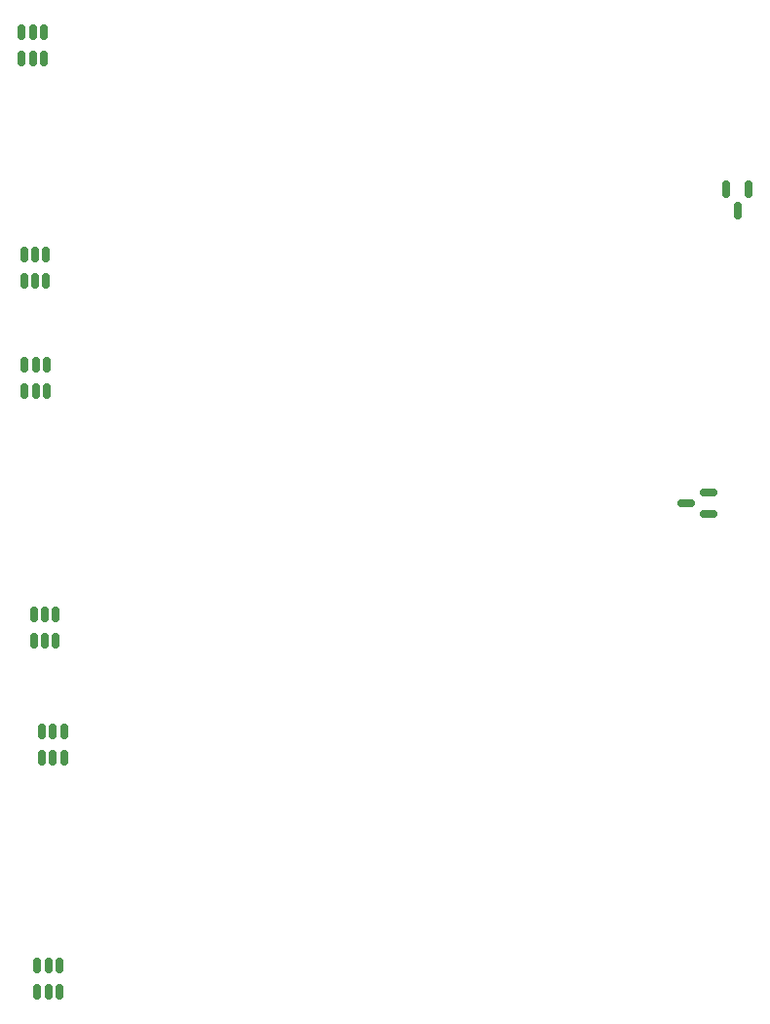
<source format=gbr>
%TF.GenerationSoftware,KiCad,Pcbnew,7.0.7*%
%TF.CreationDate,2024-01-12T22:42:28-05:00*%
%TF.ProjectId,FinalTeensyBreakoutBoard,46696e61-6c54-4656-956e-737942726561,rev?*%
%TF.SameCoordinates,Original*%
%TF.FileFunction,Paste,Top*%
%TF.FilePolarity,Positive*%
%FSLAX46Y46*%
G04 Gerber Fmt 4.6, Leading zero omitted, Abs format (unit mm)*
G04 Created by KiCad (PCBNEW 7.0.7) date 2024-01-12 22:42:28*
%MOMM*%
%LPD*%
G01*
G04 APERTURE LIST*
G04 Aperture macros list*
%AMRoundRect*
0 Rectangle with rounded corners*
0 $1 Rounding radius*
0 $2 $3 $4 $5 $6 $7 $8 $9 X,Y pos of 4 corners*
0 Add a 4 corners polygon primitive as box body*
4,1,4,$2,$3,$4,$5,$6,$7,$8,$9,$2,$3,0*
0 Add four circle primitives for the rounded corners*
1,1,$1+$1,$2,$3*
1,1,$1+$1,$4,$5*
1,1,$1+$1,$6,$7*
1,1,$1+$1,$8,$9*
0 Add four rect primitives between the rounded corners*
20,1,$1+$1,$2,$3,$4,$5,0*
20,1,$1+$1,$4,$5,$6,$7,0*
20,1,$1+$1,$6,$7,$8,$9,0*
20,1,$1+$1,$8,$9,$2,$3,0*%
G04 Aperture macros list end*
%ADD10RoundRect,0.150000X-0.150000X0.512500X-0.150000X-0.512500X0.150000X-0.512500X0.150000X0.512500X0*%
%ADD11RoundRect,0.150000X0.587500X0.150000X-0.587500X0.150000X-0.587500X-0.150000X0.587500X-0.150000X0*%
%ADD12RoundRect,0.150000X-0.150000X0.587500X-0.150000X-0.587500X0.150000X-0.587500X0.150000X0.587500X0*%
G04 APERTURE END LIST*
D10*
%TO.C,U5*%
X89596000Y-110600000D03*
X88646000Y-110600000D03*
X87696000Y-110600000D03*
X87696000Y-108325000D03*
X88646000Y-108325000D03*
X89596000Y-108325000D03*
%TD*%
%TO.C,U3*%
X88728000Y-77078700D03*
X87778000Y-77078700D03*
X86828000Y-77078700D03*
X86828000Y-79353700D03*
X87778000Y-79353700D03*
X88728000Y-79353700D03*
%TD*%
D11*
%TO.C,LevelShifterUWB(5->3.3)1*%
X146257500Y-99610000D03*
X146257500Y-97710000D03*
X144382500Y-98660000D03*
%TD*%
D12*
%TO.C,LevelShifterMC(5->3.3)1*%
X149750000Y-71345000D03*
X147850000Y-71345000D03*
X148800000Y-73220000D03*
%TD*%
D10*
%TO.C,U2*%
X88538000Y-57736200D03*
X87588000Y-57736200D03*
X86638000Y-57736200D03*
X86638000Y-60011200D03*
X87588000Y-60011200D03*
X88538000Y-60011200D03*
%TD*%
%TO.C,U6*%
X90298000Y-118462500D03*
X89348000Y-118462500D03*
X88398000Y-118462500D03*
X88398000Y-120737500D03*
X89348000Y-120737500D03*
X90298000Y-120737500D03*
%TD*%
%TO.C,U7*%
X89898000Y-138800000D03*
X88948000Y-138800000D03*
X87998000Y-138800000D03*
X87998000Y-141075000D03*
X88948000Y-141075000D03*
X89898000Y-141075000D03*
%TD*%
%TO.C,U4*%
X88796000Y-86600000D03*
X87846000Y-86600000D03*
X86896000Y-86600000D03*
X86896000Y-88875000D03*
X87846000Y-88875000D03*
X88796000Y-88875000D03*
%TD*%
M02*

</source>
